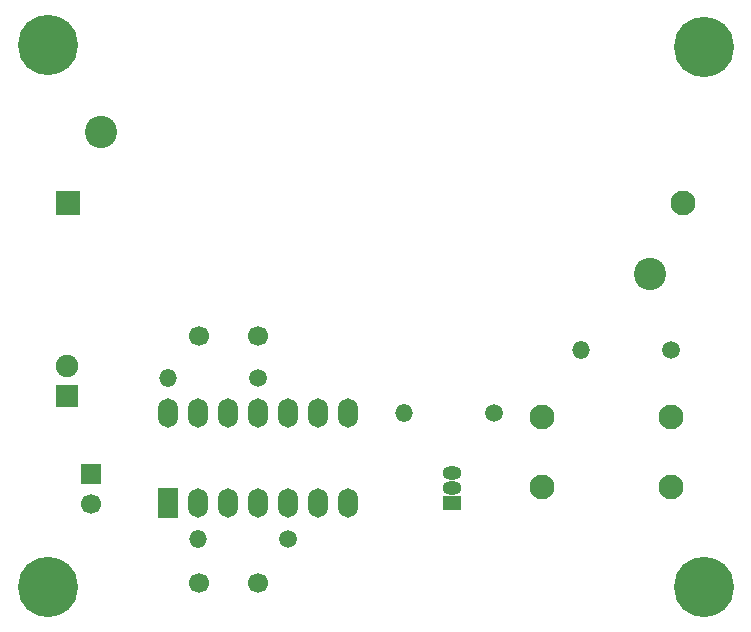
<source format=gbr>
%TF.GenerationSoftware,KiCad,Pcbnew,(5.1.6)-1*%
%TF.CreationDate,2021-01-22T22:51:17+01:00*%
%TF.ProjectId,LEDFlasher,4c454446-6c61-4736-9865-722e6b696361,v 0.3*%
%TF.SameCoordinates,Original*%
%TF.FileFunction,Soldermask,Bot*%
%TF.FilePolarity,Negative*%
%FSLAX46Y46*%
G04 Gerber Fmt 4.6, Leading zero omitted, Abs format (unit mm)*
G04 Created by KiCad (PCBNEW (5.1.6)-1) date 2021-01-22 22:51:17*
%MOMM*%
%LPD*%
G01*
G04 APERTURE LIST*
%ADD10C,5.100000*%
%ADD11C,2.740000*%
%ADD12C,2.100000*%
%ADD13R,2.100000X2.100000*%
%ADD14C,1.700000*%
%ADD15R,1.700000X1.700000*%
%ADD16R,1.900000X1.900000*%
%ADD17C,1.900000*%
%ADD18O,1.600000X1.150000*%
%ADD19R,1.600000X1.150000*%
%ADD20C,1.500000*%
%ADD21O,1.500000X1.500000*%
%ADD22R,1.700000X2.500000*%
%ADD23O,1.700000X2.500000*%
G04 APERTURE END LIST*
D10*
%TO.C,H3*%
X158623000Y-113284000D03*
%TD*%
%TO.C,H4*%
X103124000Y-113284000D03*
%TD*%
%TO.C,H2*%
X158623000Y-67564000D03*
%TD*%
%TO.C,H1*%
X103124000Y-67437000D03*
%TD*%
D11*
%TO.C,BT1*%
X107605000Y-74777000D03*
X154085000Y-86767000D03*
D12*
X156845000Y-80772000D03*
D13*
X104855000Y-80772000D03*
%TD*%
D14*
%TO.C,C1*%
X115872260Y-112994440D03*
X120872260Y-112994440D03*
%TD*%
%TO.C,C2*%
X120940840Y-92041980D03*
X115940840Y-92041980D03*
%TD*%
D15*
%TO.C,C3*%
X106735880Y-103769160D03*
D14*
X106735880Y-106269160D03*
%TD*%
D16*
%TO.C,D1*%
X104772460Y-97149920D03*
D17*
X104772460Y-94609920D03*
%TD*%
D18*
%TO.C,Q1*%
X137287000Y-104955340D03*
X137287000Y-103685340D03*
D19*
X137287000Y-106225340D03*
%TD*%
D20*
%TO.C,R1*%
X123482100Y-109260640D03*
D21*
X115862100Y-109260640D03*
%TD*%
D20*
%TO.C,R2*%
X120929400Y-95633540D03*
D21*
X113309400Y-95633540D03*
%TD*%
%TO.C,R3*%
X133281420Y-98572320D03*
D20*
X140901420Y-98572320D03*
%TD*%
D21*
%TO.C,R4*%
X148277580Y-93245940D03*
D20*
X155897580Y-93245940D03*
%TD*%
D12*
%TO.C,T1*%
X144907740Y-104871520D03*
X155907740Y-104871520D03*
X144907740Y-98871520D03*
X155907740Y-98871520D03*
%TD*%
D22*
%TO.C,U1*%
X113284000Y-106225340D03*
D23*
X128524000Y-98605340D03*
X115824000Y-106225340D03*
X125984000Y-98605340D03*
X118364000Y-106225340D03*
X123444000Y-98605340D03*
X120904000Y-106225340D03*
X120904000Y-98605340D03*
X123444000Y-106225340D03*
X118364000Y-98605340D03*
X125984000Y-106225340D03*
X115824000Y-98605340D03*
X128524000Y-106225340D03*
X113284000Y-98605340D03*
%TD*%
M02*

</source>
